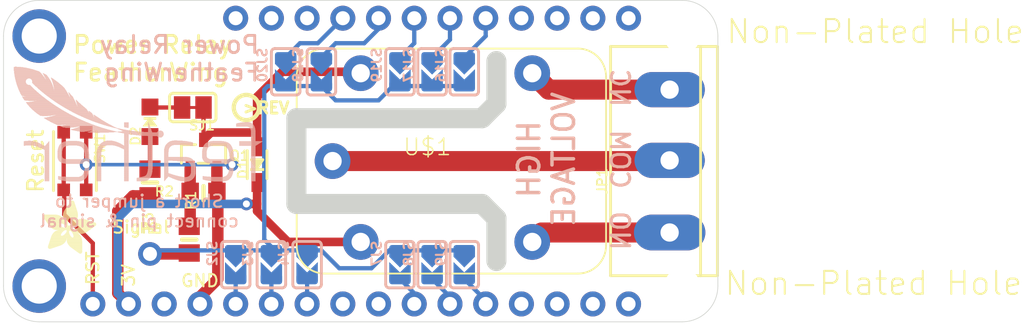
<source format=kicad_pcb>
(kicad_pcb (version 20211014) (generator pcbnew)
  (layers (0 "F.Cu" signal) (31 "B.Cu" signal) (34 "B.Paste" user) (35 "F.Paste" user) (36 "B.SilkS" user "B.Silkscreen") (37 "F.SilkS" user "F.Silkscreen") (38 "B.Mask" user) (39 "F.Mask" user) (44 "Edge.Cuts" user))
  (net 0 "")
  (net 1 "GND")
  (net 2 "N$1")
  (net 3 "N$2")
  (net 4 "N$3")
  (net 5 "3.3V")
  (net 6 "N$4")
  (net 7 "N$22")
  (net 8 "N$26")
  (net 9 "N$25")
  (net 10 "N$7")
  (net 11 "N$8")
  (net 12 "N$9")
  (net 13 "N$10")
  (net 14 "N$11")
  (net 15 "N$12")
  (net 16 "N$13")
  (net 17 "N$14")
  (net 18 "N$15")
  (net 19 "N$18")
  (net 20 "VBAT")
  (net 21 "USB")
  (net 22 "N$16")
  (net 23 "N$17")
  (net 24 "N$19")
  (net 25 "N$20")
  (net 26 "N$21")
  (net 27 "RELAYSIGNAL")
  (footprint "boardEagle:SOT23-R" (layer "F.Cu") (at 137.3251 104.4956)
    (fp_text reference "Q1" (at 1.778 0.127) (layer "F.SilkS") (effects (font (size 0.692831 0.692831) (thickness 0.119969)) (justify left)))
    (fp_text value "MMBT2222")
    (pad "1" smd rect (at -0.95 1) (size 0.635 1.016) (layers "F.Cu" "F.Paste" "F.Mask") (net 7 "N$22"))
    (pad "2" smd rect (at 0.95 1) (size 0.635 1.016) (layers "F.Cu" "F.Paste" "F.Mask") (net 1 "GND"))
    (pad "3" smd rect (at 0 -1) (size 0.635 1.016) (layers "F.Cu" "F.Paste" "F.Mask") (net 6 "N$4"))
  )
  (footprint "boardEagle:0805-NO" (layer "F.Cu") (at 136.3091 110.5916 90)
    (fp_text reference "R1" (at 2.032 0.127 90) (layer "F.SilkS") (effects (font (size 0.692831 0.692831) (thickness 0.119969)) (justify left)))
    (fp_text value "1K")
    (pad "1" smd rect (at -0.95 0 90) (size 1.24 1.5) (layers "F.Cu" "F.Paste" "F.Mask") (net 27 "RELAYSIGNAL"))
    (pad "2" smd rect (at 0.95 0 90) (size 1.24 1.5) (layers "F.Cu" "F.Paste" "F.Mask") (net 7 "N$22"))
  )
  (footprint "boardEagle:SOD-323" (layer "F.Cu") (at 141.1351 105.2576 90)
    (fp_text reference "D1" (at -1.1 -1 90) (layer "F.SilkS") (effects (font (size 0.692831 0.692831) (thickness 0.119969)) (justify left)))
    (fp_text value "1N4148")
    (pad "A" smd rect (at 1.27 0 90) (size 1.35 0.8) (layers "F.Cu" "F.Paste" "F.Mask") (net 6 "N$4"))
    (pad "C" smd rect (at -1.27 0 90) (size 1.35 0.8) (layers "F.Cu" "F.Paste" "F.Mask") (net 5 "3.3V"))
  )
  (footprint "boardEagle:ADAFRUIT_3.5MM" (layer "F.Cu") (at 125.8951 111.6076)
    (fp_text reference "U$6" hide)
    (fp_text value "" hide)
  )
  (footprint "boardEagle:FEATHERWING" (layer "F.Cu") (at 123.1011 116.4336)
    (fp_text reference "MS2" hide)
    (fp_text value "FEATHERWING" hide)
    (fp_line (start 0 -20.32) (end 0 -2.54) (layer "Edge.Cuts") (width 0.05))
    (fp_line (start 48.26 -22.86) (end 2.54 -22.86) (layer "Edge.Cuts") (width 0.05))
    (fp_line (start 2.54 0) (end 48.26 0) (layer "Edge.Cuts") (width 0.05))
    (fp_line (start 50.8 -2.54) (end 50.8 -20.32) (layer "Edge.Cuts") (width 0.05))
    (fp_arc (start 0 -20.32) (mid 0.743949 -22.116051) (end 2.54 -22.86) (layer "Edge.Cuts") (width 0.05))
    (fp_arc (start 50.8 -2.54) (mid 50.056051 -0.743949) (end 48.26 0) (layer "Edge.Cuts") (width 0.05))
    (fp_arc (start 48.26 -22.86) (mid 50.056051 -22.116051) (end 50.8 -20.32) (layer "Edge.Cuts") (width 0.05))
    (fp_arc (start 2.54 0) (mid 0.743949 -0.743949) (end 0 -2.54) (layer "Edge.Cuts") (width 0.05))
    (pad "" np_thru_hole circle (at 48.26 -2.54) (size 2.54 2.54) (drill 2.54) (layers *.Cu *.Mask))
    (pad "" np_thru_hole circle (at 48.26 -20.32) (size 2.54 2.54) (drill 2.54) (layers *.Cu *.Mask))
    (pad "1" thru_hole circle (at 6.35 -1.27) (size 1.778 1.778) (drill 1) (layers *.Cu *.Mask) (net 19 "N$18"))
    (pad "2" thru_hole circle (at 8.89 -1.27) (size 1.778 1.778) (drill 1) (layers *.Cu *.Mask) (net 5 "3.3V"))
    (pad "3" thru_hole circle (at 11.43 -1.27) (size 1.778 1.778) (drill 1) (layers *.Cu *.Mask))
    (pad "4" thru_hole circle (at 13.97 -1.27) (size 1.778 1.778) (drill 1) (layers *.Cu *.Mask) (net 1 "GND"))
    (pad "5" thru_hole circle (at 16.51 -1.27) (size 1.778 1.778) (drill 1) (layers *.Cu *.Mask) (net 18 "N$15"))
    (pad "6" thru_hole circle (at 19.05 -1.27) (size 1.778 1.778) (drill 1) (layers *.Cu *.Mask) (net 17 "N$14"))
    (pad "7" thru_hole circle (at 21.59 -1.27) (size 1.778 1.778) (drill 1) (layers *.Cu *.Mask) (net 16 "N$13"))
    (pad "8" thru_hole circle (at 24.13 -1.27) (size 1.778 1.778) (drill 1) (layers *.Cu *.Mask) (net 15 "N$12"))
    (pad "9" thru_hole circle (at 26.67 -1.27) (size 1.778 1.778) (drill 1) (layers *.Cu *.Mask) (net 14 "N$11"))
    (pad "10" thru_hole circle (at 29.21 -1.27) (size 1.778 1.778) (drill 1) (layers *.Cu *.Mask) (net 13 "N$10"))
    (pad "11" thru_hole circle (at 31.75 -1.27) (size 1.778 1.778) (drill 1) (layers *.Cu *.Mask) (net 12 "N$9"))
    (pad "12" thru_hole circle (at 34.29 -1.27) (size 1.778 1.778) (drill 1) (layers *.Cu *.Mask) (net 11 "N$8"))
    (pad "13" thru_hole circle (at 36.83 -1.27) (size 1.778 1.778) (drill 1) (layers *.Cu *.Mask) (net 10 "N$7"))
    (pad "14" thru_hole circle (at 39.37 -1.27) (size 1.778 1.778) (drill 1) (layers *.Cu *.Mask))
    (pad "15" thru_hole circle (at 41.91 -1.27) (size 1.778 1.778) (drill 1) (layers *.Cu *.Mask))
    (pad "16" thru_hole circle (at 44.45 -1.27) (size 1.778 1.778) (drill 1) (layers *.Cu *.Mask))
    (pad "17" thru_hole circle (at 44.45 -21.59) (size 1.778 1.778) (drill 1) (layers *.Cu *.Mask))
    (pad "18" thru_hole circle (at 41.91 -21.59) (size 1.778 1.778) (drill 1) (layers *.Cu *.Mask))
    (pad "19" thru_hole circle (at 39.37 -21.59) (size 1.778 1.778) (drill 1) (layers *.Cu *.Mask))
    (pad "20" thru_hole circle (at 36.83 -21.59) (size 1.778 1.778) (drill 1) (layers *.Cu *.Mask))
    (pad "21" thru_hole circle (at 34.29 -21.59) (size 1.778 1.778) (drill 1) (layers *.Cu *.Mask) (net 26 "N$21"))
    (pad "22" thru_hole circle (at 31.75 -21.59) (size 1.778 1.778) (drill 1) (layers *.Cu *.Mask) (net 25 "N$20"))
    (pad "23" thru_hole circle (at 29.21 -21.59) (size 1.778 1.778) (drill 1) (layers *.Cu *.Mask) (net 24 "N$19"))
    (pad "24" thru_hole circle (at 26.67 -21.59) (size 1.778 1.778) (drill 1) (layers *.Cu *.Mask) (net 23 "N$17"))
    (pad "25" thru_hole circle (at 24.13 -21.59) (size 1.778 1.778) (drill 1) (layers *.Cu *.Mask) (net 22 "N$16"))
    (pad "26" thru_hole circle (at 21.59 -21.59) (size 1.778 1.778) (drill 1) (layers *.Cu *.Mask) (net 21 "USB"))
    (pad "27" thru_hole circle (at 19.05 -21.59) (size 1.778 1.778) (drill 1) (layers *.Cu *.Mask))
    (pad "28" thru_hole circle (at 16.51 -21.59) (size 1.778 1.778) (drill 1) (layers *.Cu *.Mask) (net 20 "VBAT"))
    (pad "P$1" thru_hole circle (at 2.54 -20.32) (size 3.81 3.81) (drill 2.5) (layers *.Cu *.Mask))
    (pad "P$2" thru_hole circle (at 2.54 -2.54) (size 3.81 3.81) (drill 2.5) (layers *.Cu *.Mask))
  )
  (footprint "boardEagle:PCBFEAT-REV-040" (layer "F.Cu") (at 140.3731 101.1936)
    (fp_text reference "U$5" hide)
    (fp_text value "" hide)
    (fp_text user ">REV" (at -0.3556 0.508) (layer "F.SilkS") (effects (font (size 0.8128 0.8128) (thickness 0.2032)) (justify left bottom)))
  )
  (footprint "boardEagle:0805-NO" (layer "F.Cu") (at 133.5151 106.5276 -90)
    (fp_text reference "R3" (at 2.032 0.127 90) (layer "F.SilkS") (effects (font (size 0.692831 0.692831) (thickness 0.119969)) (justify right)))
    (fp_text value "1K")
    (pad "1" smd rect (at -0.95 0 270) (size 1.24 1.5) (layers "F.Cu" "F.Paste" "F.Mask") (net 8 "N$26"))
    (pad "2" smd rect (at 0.95 0 270) (size 1.24 1.5) (layers "F.Cu" "F.Paste" "F.Mask") (net 5 "3.3V"))
  )
  (footprint "boardEagle:TERMBLOCK_1X3_5.08MM" (layer "F.Cu") (at 170.4721 105.0036 90)
    (fp_text reference "JP1" (at -2.45 -4.79 90) (layer "F.SilkS") (effects (font (size 0.692831 0.692831) (thickness 0.119969)) (justify left)))
    (fp_text value "")
    (pad "1" thru_hole oval (at 5.08 0 180) (size 5 2.5) (drill 1.3) (layers *.Cu *.Mask) (net 4 "N$3"))
    (pad "2" thru_hole oval (at 0.05 0 180) (size 5 2.5) (drill 1.3) (layers *.Cu *.Mask) (net 2 "N$1"))
    (pad "3" thru_hole oval (at -5.08 0 180) (size 5.08 2.54) (drill 1.3) (layers *.Cu *.Mask) (net 3 "N$2"))
  )
  (footprint "boardEagle:RELAY_G5LE-1" (layer "F.Cu") (at 154.8511 105.0036)
    (fp_text reference "U$1" (at -3.4 -1) (layer "F.SilkS") (effects (font (size 1.165987 1.165987) (thickness 0.104013)) (justify left)))
    (fp_text value "RELAY_G5LE")
    (pad "1" thru_hole circle (at -8.35 0) (size 2.54 2.54) (drill 1.3) (layers *.Cu *.Mask) (net 2 "N$1"))
    (pad "2" thru_hole circle (at -6.35 5.75) (size 2.54 2.54) (drill 1.3) (layers *.Cu *.Mask) (net 5 "3.3V"))
    (pad "3" thru_hole circle (at 5.85 5.75) (size 2.54 2.54) (drill 1.3) (layers *.Cu *.Mask) (net 3 "N$2"))
    (pad "4" thru_hole circle (at 5.85 -6.25) (size 2.54 2.54) (drill 1.3) (layers *.Cu *.Mask) (net 4 "N$3"))
    (pad "5" thru_hole circle (at -6.35 -6.25) (size 2.54 2.54) (drill 1.3) (layers *.Cu *.Mask) (net 6 "N$4"))
  )
  (footprint "boardEagle:0805-NO" (layer "F.Cu") (at 137.3251 107.2896 180)
    (fp_text reference "R2" (at 2.032 0.127) (layer "F.SilkS") (effects (font (size 0.692831 0.692831) (thickness 0.119969)) (justify right)))
    (fp_text value "10K")
    (pad "1" smd rect (at -0.95 0 180) (size 1.24 1.5) (layers "F.Cu" "F.Paste" "F.Mask") (net 1 "GND"))
    (pad "2" smd rect (at 0.95 0 180) (size 1.24 1.5) (layers "F.Cu" "F.Paste" "F.Mask") (net 7 "N$22"))
  )
  (footprint "boardEagle:CHIPLED_0805_NOOUTLINE" (layer "F.Cu") (at 133.5151 102.2096)
    (fp_text reference "D2" (at -1.016 1.778 90) (layer "F.SilkS") (effects (font (size 0.692831 0.692831) (thickness 0.119969)) (justify left)))
    (fp_text value "RED")
    (pad "A" smd rect (at 0 1.05) (size 1.2 1.2) (layers "F.Cu" "F.Paste" "F.Mask") (net 8 "N$26"))
    (pad "C" smd rect (at 0 -1.05) (size 1.2 1.2) (layers "F.Cu" "F.Paste" "F.Mask") (net 9 "N$25"))
  )
  (footprint "boardEagle:SOLDERJUMPER_CLOSEDWIRE" (layer "F.Cu") (at 136.5631 101.1936 180)
    (fp_text reference "SJ1" (at -1.651 -1.27) (layer "F.SilkS") (effects (font (size 0.692831 0.692831) (thickness 0.119969)) (justify right)))
    (fp_text value "")
    (pad "1" smd rect (at -0.762 0 180) (size 1.1684 1.6002) (layers "F.Cu" "F.Mask") (net 6 "N$4"))
    (pad "2" smd rect (at 0.762 0 180) (size 1.1684 1.6002) (layers "F.Cu" "F.Mask") (net 9 "N$25"))
    (pad "WIRE" smd rect (at 0 0 180) (size 0.635 0.2032) (layers "F.Cu" "F.Mask"))
  )
  (footprint "boardEagle:BTN_KMR2_4.6X2.8" (layer "F.Cu") (at 128.1811 105.0036 -90)
    (fp_text reference "SW1" (at -2.032 -1.778 90) (layer "F.SilkS") (effects (font (size 0.692831 0.692831) (thickness 0.119969)) (justify right)))
    (fp_text value "KMR2")
    (pad "A" smd rect (at 2.05 -0.8 270) (size 0.9 0.9) (layers "F.Cu" "F.Paste" "F.Mask") (net 1 "GND"))
    (pad "A'" smd rect (at -2.05 -0.8 270) (size 0.9 0.9) (layers "F.Cu" "F.Paste" "F.Mask") (net 1 "GND"))
    (pad "B" smd rect (at 2.05 0.8 270) (size 0.9 0.9) (layers "F.Cu" "F.Paste" "F.Mask") (net 19 "N$18"))
    (pad "B'" smd rect (at -2.05 0.8 270) (size 0.9 0.9) (layers "F.Cu" "F.Paste" "F.Mask") (net 19 "N$18"))
  )
  (footprint "boardEagle:1X01_ROUND" (layer "F.Cu") (at 133.5151 111.6076)
    (fp_text reference "JP2" (at -1.3462 -1.8288) (layer "F.SilkS") (effects (font (size 0.692831 0.692831) (thickness 0.119969)) (justify left)))
    (fp_text value "")
    (pad "1" thru_hole circle (at 0 0 90) (size 1.6764 1.6764) (drill 1) (layers *.Cu *.Mask) (net 27 "RELAYSIGNAL"))
  )
  (footprint "boardEagle:FEATHERLOGO_MED" (layer "B.Cu") (at 141.6431 106.5276 180)
    (fp_text reference "U$7" hide)
    (fp_text value "" hide)
  )
  (footprint "boardEagle:SOLDERJUMPER_ARROW_NOPASTE" (layer "B.Cu") (at 143.1671 98.6536 -90)
    (fp_text reference "SJ20" (at -1.778 1.27 90) (layer "B.SilkS") (effects (font (size 0.666496 0.666496) (thickness 0.146304)) (justify left bottom mirror)))
    (fp_text value "")
    (fp_poly (pts (xy 0.201021 0) (xy -0.560979 -0.762) (xy -1.1684 -0.762) (xy -1.1684 0.762) (xy -0.560979 0.762)) (layer "B.Cu") (width 0) (fill solid))
    (fp_poly (pts (xy 1.1684 -0.762) (xy -0.186831 -0.762) (xy 0.548892 0) (xy -0.186831 0.762) (xy 1.1684 0.762)) (layer "B.Cu") (width 0) (fill solid))
    (pad "1" smd roundrect (at -1.016 0 270) (size 0.762 1.524) (layers "B.Cu") (net 22 "N$16"))
    (pad "2" smd roundrect (at 1.016 0 270) (size 0.762 1.524) (layers "B.Cu") (net 27 "RELAYSIGNAL"))
  )
  (footprint "boardEagle:SOLDERJUMPER_ARROW_NOPASTE" (layer "B.Cu") (at 153.5811 112.3696 -90)
    (fp_text reference "SJ8" (at -1.778 1.27 90) (layer "B.SilkS") (effects (font (size 0.666496 0.666496) (thickness 0.146304)) (justify left bottom mirror)))
    (fp_text value "")
    (fp_poly (pts (xy 1.1684 -0.762) (xy -0.186831 -0.762) (xy 0.548892 0) (xy -0.186831 0.762) (xy 1.1684 0.762)) (layer "B.Cu") (width 0) (fill solid))
    (fp_poly (pts (xy 0.201021 0) (xy -0.560979 -0.762) (xy -1.1684 -0.762) (xy -1.1684 0.762) (xy -0.560979 0.762)) (layer "B.Cu") (width 0) (fill solid))
    (pad "1" smd roundrect (at -1.016 0 270) (size 0.762 1.524) (layers "B.Cu") (net 27 "RELAYSIGNAL"))
    (pad "2" smd roundrect (at 1.016 0 270) (size 0.762 1.524) (layers "B.Cu") (net 12 "N$9"))
  )
  (footprint "boardEagle:SOLDERJUMPER_ARROW_NOPASTE" (layer "B.Cu") (at 155.8671 112.3696 -90)
    (fp_text reference "SJ9" (at -1.778 1.27 90) (layer "B.SilkS") (effects (font (size 0.666496 0.666496) (thickness 0.146304)) (justify left bottom mirror)))
    (fp_text value "")
    (fp_poly (pts (xy 0.201021 0) (xy -0.560979 -0.762) (xy -1.1684 -0.762) (xy -1.1684 0.762) (xy -0.560979 0.762)) (layer "B.Cu") (width 0) (fill solid))
    (fp_poly (pts (xy 1.1684 -0.762) (xy -0.186831 -0.762) (xy 0.548892 0) (xy -0.186831 0.762) (xy 1.1684 0.762)) (layer "B.Cu") (width 0) (fill solid))
    (pad "1" smd roundrect (at -1.016 0 270) (size 0.762 1.524) (layers "B.Cu") (net 27 "RELAYSIGNAL"))
    (pad "2" smd roundrect (at 1.016 0 270) (size 0.762 1.524) (layers "B.Cu") (net 11 "N$8"))
  )
  (footprint "boardEagle:SOLDERJUMPER_ARROW_NOPASTE" (layer "B.Cu") (at 144.6911 112.3696 -90)
    (fp_text reference "SJ4" (at -1.778 1.27 90) (layer "B.SilkS") (effects (font (size 0.666496 0.666496) (thickness 0.146304)) (justify left bottom mirror)))
    (fp_text value "")
    (fp_poly (pts (xy 0.201021 0) (xy -0.560979 -0.762) (xy -1.1684 -0.762) (xy -1.1684 0.762) (xy -0.560979 0.762)) (layer "B.Cu") (width 0) (fill solid))
    (fp_poly (pts (xy 1.1684 -0.762) (xy -0.186831 -0.762) (xy 0.548892 0) (xy -0.186831 0.762) (xy 1.1684 0.762)) (layer "B.Cu") (width 0) (fill solid))
    (pad "1" smd roundrect (at -1.016 0 270) (size 0.762 1.524) (layers "B.Cu") (net 27 "RELAYSIGNAL"))
    (pad "2" smd roundrect (at 1.016 0 270) (size 0.762 1.524) (layers "B.Cu") (net 16 "N$13"))
  )
  (footprint "boardEagle:SOLDERJUMPER_ARROW_NOPASTE" (layer "B.Cu") (at 145.7071 98.6536 -90)
    (fp_text reference "SJ18" (at -1.778 1.27 90) (layer "B.SilkS") (effects (font (size 0.666496 0.666496) (thickness 0.146304)) (justify left bottom mirror)))
    (fp_text value "")
    (fp_poly (pts (xy 1.1684 -0.762) (xy -0.186831 -0.762) (xy 0.548892 0) (xy -0.186831 0.762) (xy 1.1684 0.762)) (layer "B.Cu") (width 0) (fill solid))
    (fp_poly (pts (xy 0.201021 0) (xy -0.560979 -0.762) (xy -1.1684 -0.762) (xy -1.1684 0.762) (xy -0.560979 0.762)) (layer "B.Cu") (width 0) (fill solid))
    (pad "1" smd roundrect (at -1.016 0 270) (size 0.762 1.524) (layers "B.Cu") (net 23 "N$17"))
    (pad "2" smd roundrect (at 1.016 0 270) (size 0.762 1.524) (layers "B.Cu") (net 27 "RELAYSIGNAL"))
  )
  (footprint "boardEagle:SOLDERJUMPER_ARROW_NOPASTE" (layer "B.Cu") (at 153.5811 98.6536 -90)
    (fp_text reference "SJ17" (at -1.778 1.27 90) (layer "B.SilkS") (effects (font (size 0.666496 0.666496) (thickness 0.146304)) (justify left bottom mirror)))
    (fp_text value "")
    (fp_poly (pts (xy 0.201021 0) (xy -0.560979 -0.762) (xy -1.1684 -0.762) (xy -1.1684 0.762) (xy -0.560979 0.762)) (layer "B.Cu") (width 0) (fill solid))
    (fp_poly (pts (xy 1.1684 -0.762) (xy -0.186831 -0.762) (xy 0.548892 0) (xy -0.186831 0.762) (xy 1.1684 0.762)) (layer "B.Cu") (width 0) (fill solid))
    (pad "1" smd roundrect (at -1.016 0 270) (size 0.762 1.524) (layers "B.Cu") (net 25 "N$20"))
    (pad "2" smd roundrect (at 1.016 0 270) (size 0.762 1.524) (layers "B.Cu") (net 27 "RELAYSIGNAL"))
  )
  (footprint "boardEagle:SOLDERJUMPER_ARROW_NOPASTE" (layer "B.Cu") (at 139.6111 112.3696 -90)
    (fp_text reference "SJ2" (at -1.778 1.27 90) (layer "B.SilkS") (effects (font (size 0.666496 0.666496) (thickness 0.146304)) (justify left bottom mirror)))
    (fp_text value "")
    (fp_poly (pts (xy 1.1684 -0.762) (xy -0.186831 -0.762) (xy 0.548892 0) (xy -0.186831 0.762) (xy 1.1684 0.762)) (layer "B.Cu") (width 0) (fill solid))
    (fp_poly (pts (xy 0.201021 0) (xy -0.560979 -0.762) (xy -1.1684 -0.762) (xy -1.1684 0.762) (xy -0.560979 0.762)) (layer "B.Cu") (width 0) (fill solid))
    (pad "1" smd roundrect (at -1.016 0 270) (size 0.762 1.524) (layers "B.Cu") (net 27 "RELAYSIGNAL"))
    (pad "2" smd roundrect (at 1.016 0 270) (size 0.762 1.524) (layers "B.Cu") (net 18 "N$15"))
  )
  (footprint "boardEagle:SOLDERJUMPER_ARROW_NOPASTE" (layer "B.Cu") (at 142.1511 112.3696 -90)
    (fp_text reference "SJ3" (at -1.778 1.27 90) (layer "B.SilkS") (effects (font (size 0.666496 0.666496) (thickness 0.146304)) (justify left bottom mirror)))
    (fp_text value "")
    (fp_poly (pts (xy 1.1684 -0.762) (xy -0.186831 -0.762) (xy 0.548892 0) (xy -0.186831 0.762) (xy 1.1684 0.762)) (layer "B.Cu") (width 0) (fill solid))
    (fp_poly (pts (xy 0.201021 0) (xy -0.560979 -0.762) (xy -1.1684 -0.762) (xy -1.1684 0.762) (xy -0.560979 0.762)) (layer "B.Cu") (width 0) (fill solid))
    (pad "1" smd roundrect (at -1.016 0 270) (size 0.762 1.524) (layers "B.Cu") (net 27 "RELAYSIGNAL"))
    (pad "2" smd roundrect (at 1.016 0 270) (size 0.762 1.524) (layers "B.Cu") (net 17 "N$14"))
  )
  (footprint "boardEagle:SOLDERJUMPER_ARROW_NOPASTE" (layer "B.Cu") (at 155.8671 98.6536 -90)
    (fp_text reference "SJ16" (at -1.778 1.27 90) (layer "B.SilkS") (effects (font (size 0.666496 0.666496) (thickness 0.146304)) (justify left bottom mirror)))
    (fp_text value "")
    (fp_poly (pts (xy 0.201021 0) (xy -0.560979 -0.762) (xy -1.1684 -0.762) (xy -1.1684 0.762) (xy -0.560979 0.762)) (layer "B.Cu") (width 0) (fill solid))
    (fp_poly (pts (xy 1.1684 -0.762) (xy -0.186831 -0.762) (xy 0.548892 0) (xy -0.186831 0.762) (xy 1.1684 0.762)) (layer "B.Cu") (width 0) (fill solid))
    (pad "1" smd roundrect (at -1.016 0 270) (size 0.762 1.524) (layers "B.Cu") (net 26 "N$21"))
    (pad "2" smd roundrect (at 1.016 0 270) (size 0.762 1.524) (layers "B.Cu") (net 27 "RELAYSIGNAL"))
  )
  (footprint "boardEagle:SOLDERJUMPER_ARROW_NOPASTE" (layer "B.Cu") (at 151.2951 98.6536 -90)
    (fp_text reference "SJ19" (at -1.778 1.27 90) (layer "B.SilkS") (effects (font (size 0.666496 0.666496) (thickness 0.146304)) (justify left bottom mirror)))
    (fp_text value "")
    (fp_poly (pts (xy 1.1684 -0.762) (xy -0.186831 -0.762) (xy 0.548892 0) (xy -0.186831 0.762) (xy 1.1684 0.762)) (layer "B.Cu") (width 0) (fill solid))
    (fp_poly (pts (xy 0.201021 0) (xy -0.560979 -0.762) (xy -1.1684 -0.762) (xy -1.1684 0.762) (xy -0.560979 0.762)) (layer "B.Cu") (width 0) (fill solid))
    (pad "1" smd roundrect (at -1.016 0 270) (size 0.762 1.524) (layers "B.Cu") (net 24 "N$19"))
    (pad "2" smd roundrect (at 1.016 0 270) (size 0.762 1.524) (layers "B.Cu") (net 27 "RELAYSIGNAL"))
  )
  (footprint "boardEagle:SOLDERJUMPER_ARROW_NOPASTE" (layer "B.Cu") (at 151.2951 112.3696 -90)
    (fp_text reference "SJ7" (at -1.778 1.27 90) (layer "B.SilkS") (effects (font (size 0.666496 0.666496) (thickness 0.146304)) (justify left bottom mirror)))
    (fp_text value "")
    (fp_poly (pts (xy 1.1684 -0.762) (xy -0.186831 -0.762) (xy 0.548892 0) (xy -0.186831 0.762) (xy 1.1684 0.762)) (layer "B.Cu") (width 0) (fill solid))
    (fp_poly (pts (xy 0.201021 0) (xy -0.560979 -0.762) (xy -1.1684 -0.762) (xy -1.1684 0.762) (xy -0.560979 0.762)) (layer "B.Cu") (width 0) (fill solid))
    (pad "1" smd roundrect (at -1.016 0 270) (size 0.762 1.524) (layers "B.Cu") (net 27 "RELAYSIGNAL"))
    (pad "2" smd roundrect (at 1.016 0 270) (size 0.762 1.524) (layers "B.Cu") (net 13 "N$10"))
  )
  (gr_line (start 158.1531 100.9396) (end 157.1371 101.9556) (layer "Edge.Cuts") (width 1.4224))
  (gr_line (start 143.9291 101.9556) (end 143.9291 108.0516) (layer "Edge.Cuts") (width 1.4224))
  (gr_line (start 158.1531 97.8916) (end 158.1531 100.9396) (layer "Edge.Cuts") (width 1.4224))
  (gr_line (start 143.9291 108.0516) (end 157.1371 108.0516) (layer "Edge.Cuts") (width 1.4224))
  (gr_line (start 157.1371 101.9556) (end 143.9291 101.9556) (layer "Edge.Cuts") (width 1.4224))
  (gr_line (start 157.1371 108.0516) (end 158.1531 109.0676) (layer "Edge.Cuts") (width 1.4224))
  (gr_line (start 158.1531 109.0676) (end 158.1531 112.1156) (layer "Edge.Cuts") (width 1.4224))
  (gr_text "HIGH\nVOLTAGE" (at 161.7091 104.8766 -270) (layer "B.SilkS") (effects (font (size 1.52908 1.52908) (thickness 0.24892)) (justify mirror)))
  (gr_text "Short a jumper to\nconnect pin & signal" (at 132.7531 108.5596) (layer "B.SilkS") (effects (font (size 0.87376 0.87376) (thickness 0.14224)) (justify mirror)))
  (gr_text "NC" (at 166.9161 99.7966 -90) (layer "B.SilkS") (effects (font (size 1.31064 1.31064) (thickness 0.21336)) (justify mirror)))
  (gr_text "COM" (at 166.9161 104.8766 -90) (layer "B.SilkS") (effects (font (size 1.31064 1.31064) (thickness 0.21336)) (justify mirror)))
  (gr_text "Power Relay\nFeatherWing" (at 141.3891 99.4156) (layer "B.SilkS") (effects (font (size 1.223264 1.223264) (thickness 0.199136)) (justify left bottom mirror)))
  (gr_text "NO" (at 166.9161 109.9566 -90) (layer "B.SilkS") (effects (font (size 1.31064 1.31064) (thickness 0.21336)) (justify mirror)))
  (gr_text "RST" (at 129.4511 112.6236 90) (layer "F.SilkS") (effects (font (size 0.87376 0.87376) (thickness 0.14224))))
  (gr_text "3V" (at 131.9911 113.1316 90) (layer "F.SilkS") (effects (font (size 0.87376 0.87376) (thickness 0.14224))))
  (gr_text "Power Relay\nFeatherWing" (at 127.9271 99.4156) (layer "F.SilkS") (effects (font (size 1.223264 1.223264) (thickness 0.199136)) (justify left bottom)))
  (gr_text "GND" (at 137.0711 113.5126) (layer "F.SilkS") (effects (font (size 0.87376 0.87376) (thickness 0.14224))))
  (gr_text "Non-Plated Hole" (at 174.2821 114.6556) (layer "F.SilkS") (effects (font (size 1.63576 1.63576) (thickness 0.14224)) (justify left bottom)))
  (gr_text "Non-Plated Hole" (at 174.4091 96.7486) (layer "F.SilkS") (effects (font (size 1.63576 1.63576) (thickness 0.14224)) (justify left bottom)))
  (gr_text "Signal" (at 132.8801 109.7026) (layer "F.SilkS") (effects (font (size 0.87376 0.87376) (thickness 0.14224))))
  (gr_text "Reset" (at 125.3871 105.0036 90) (layer "F.SilkS") (effects (font (size 1.0922 1.0922) (thickness 0.1778))))
  (segment (start 138.2751 105.4956) (end 138.5131 105.2576) (width 0.254) (layer "F.Cu") (net 1))
  (segment (start 138.3411 107.3556) (end 138.2751 107.2896) (width 0.8128) (layer "F.Cu") (net 1))
  (segment (start 128.9811 105.2576) (end 128.9811 102.9536) (width 0.3048) (layer "F.Cu") (net 1))
  (segment (start 137.0711 114.6556) (end 138.3411 113.3856) (width 0.8128) (layer "F.Cu") (net 1))
  (segment (start 138.3411 113.3856) (end 138.3411 107.3556) (width 0.8128) (layer "F.Cu") (net 1))
  (segment (start 137.0711 115.1636) (end 137.0711 114.6556) (width 0.8128) (layer "F.Cu") (net 1))
  (segment (start 138.2751 107.2896) (end 138.2751 105.4956) (width 0.8128) (layer "F.Cu") (net 1))
  (segment (start 138.5131 105.2576) (end 139.3571 105.2576) (width 0.254) (layer "F.Cu") (net 1))
  (segment (start 128.9811 107.0536) (end 128.9811 105.2576) (width 0.3048) (layer "F.Cu") (net 1))
  (via (at 128.9811 105.2576) (size 0.9064) (drill 0.5) (layers "F.Cu" "B.Cu") (net 1))
  (via (at 139.3571 105.2576) (size 0.9064) (drill 0.5) (layers "F.Cu" "B.Cu") (net 1))
  (segment (start 139.3571 105.2576) (end 128.9811 105.2576) (width 0.254) (layer "B.Cu") (net 1))
  (segment (start 170.0911 105.0036) (end 170.1411 104.9536) (width 1.4224) (layer "F.Cu") (net 2))
  (segment (start 146.5011 105.0036) (end 170.0911 105.0036) (width 1.4224) (layer "F.Cu") (net 2))
  (segment (start 170.1411 104.9536) (end 170.4721 104.9536) (width 1.4224) (layer "F.Cu") (net 2))
  (segment (start 161.3711 110.0836) (end 170.4721 110.0836) (width 1.4224) (layer "F.Cu") (net 3))
  (segment (start 160.7011 110.7536) (end 161.3711 110.0836) (width 1.4224) (layer "F.Cu") (net 3))
  (segment (start 160.7011 98.7536) (end 161.8711 99.9236) (width 1.4224) (layer "F.Cu") (net 4))
  (segment (start 161.8711 99.9236) (end 170.4721 99.9236) (width 1.4224) (layer "F.Cu") (net 4))
  (segment (start 131.2291 108.5596) (end 132.3111 107.4776) (width 0.8128) (layer "F.Cu") (net 5))
  (segment (start 141.1351 108.0516) (end 141.1351 106.5276) (width 0.6096) (layer "F.Cu") (net 5))
  (segment (start 131.2291 114.4016) (end 131.2291 108.5596) (width 0.8128) (layer "F.Cu") (net 5))
  (segment (start 140.3731 108.0516) (end 141.1351 108.0516) (width 0.6096) (layer "F.Cu") (net 5))
  (segment (start 148.5011 110.7536) (end 143.3291 110.7536) (width 0.6096) (layer "F.Cu") (net 5))
  (segment (start 141.1351 108.5596) (end 141.1351 108.0516) (width 0.6096) (layer "F.Cu") (net 5))
  (segment (start 131.9911 115.1636) (end 131.2291 114.4016) (width 0.8128) (layer "F.Cu") (net 5))
  (segment (start 132.3111 107.4776) (end 133.5151 107.4776) (width 0.8128) (layer "F.Cu") (net 5))
  (segment (start 143.3291 110.7536) (end 141.1351 108.5596) (width 0.6096) (layer "F.Cu") (net 5))
  (via (at 140.3731 108.0516) (size 0.9064) (drill 0.5) (layers "F.Cu" "B.Cu") (net 5))
  (segment (start 131.2291 109.0676) (end 132.2451 108.0516) (width 0.6096) (layer "B.Cu") (net 5))
  (segment (start 131.2291 114.4016) (end 131.2291 109.0676) (width 0.6096) (layer "B.Cu") (net 5))
  (segment (start 131.9911 115.1636) (end 131.2291 114.4016) (width 0.6096) (layer "B.Cu") (net 5))
  (segment (start 132.2451 108.0516) (end 140.3731 108.0516) (width 0.6096) (layer "B.Cu") (net 5))
  (segment (start 141.1351 102.9716) (end 141.1351 100.4316) (width 0.6096) (layer "F.Cu") (net 6))
  (segment (start 142.9131 98.6536) (end 148.4011 98.6536) (width 0.6096) (layer "F.Cu") (net 6))
  (segment (start 137.8491 102.9716) (end 141.1351 102.9716) (width 0.6096) (layer "F.Cu") (net 6))
  (segment (start 137.3251 103.4956) (end 137.8491 102.9716) (width 0.6096) (layer "F.Cu") (net 6))
  (segment (start 137.3251 101.1936) (end 137.3251 103.4956) (width 0.3048) (layer "F.Cu") (net 6))
  (segment (start 148.4011 98.6536) (end 148.5011 98.7536) (width 0.6096) (layer "F.Cu") (net 6))
  (segment (start 141.1351 103.9876) (end 141.1351 102.9716) (width 0.6096) (layer "F.Cu") (net 6))
  (segment (start 141.1351 100.4316) (end 142.9131 98.6536) (width 0.6096) (layer "F.Cu") (net 6))
  (segment (start 136.3751 109.5756) (end 136.3091 109.6416) (width 0.8128) (layer "F.Cu") (net 7))
  (segment (start 136.3751 107.2896) (end 136.3751 109.5756) (width 0.8128) (layer "F.Cu") (net 7))
  (segment (start 136.3751 105.4956) (end 136.3751 107.2896) (width 0.8128) (layer "F.Cu") (net 7))
  (segment (start 133.5151 105.5776) (end 133.5151 103.2596) (width 0.3048) (layer "F.Cu") (net 8))
  (segment (start 133.5151 101.1596) (end 133.5491 101.1936) (width 0.3048) (layer "F.Cu") (net 9))
  (segment (start 133.5491 101.1936) (end 135.8011 101.1936) (width 0.3048) (layer "F.Cu") (net 9))
  (segment (start 157.3911 114.9096) (end 157.3911 115.1636) (width 0.3048) (layer "B.Cu") (net 11))
  (segment (start 155.8671 113.3856) (end 157.3911 114.9096) (width 0.3048) (layer "B.Cu") (net 11))
  (segment (start 154.8511 114.6556) (end 154.8511 115.1636) (width 0.3048) (layer "B.Cu") (net 12))
  (segment (start 153.5811 113.3856) (end 154.8511 114.6556) (width 0.3048) (layer "B.Cu") (net 12))
  (segment (start 151.2951 113.3856) (end 152.3111 114.4016) (width 0.3048) (layer "B.Cu") (net 13))
  (segment (start 152.3111 114.4016) (end 152.3111 115.1636) (width 0.3048) (layer "B.Cu") (net 13))
  (segment (start 144.6911 113.3856) (end 144.6911 115.1636) (width 0.3048) (layer "B.Cu") (net 16))
  (segment (start 142.1511 113.3856) (end 142.1511 115.1636) (width 0.3048) (layer "B.Cu") (net 17))
  (segment (start 139.6111 113.3856) (end 139.6111 115.1636) (width 0.3048) (layer "B.Cu") (net 18))
  (segment (start 127.3811 107.0536) (end 127.3811 102.9536) (width 0.3048) (layer "F.Cu") (net 19))
  (segment (start 129.4511 110.8456) (end 127.4191 108.8136) (width 0.3048) (layer "F.Cu") (net 19))
  (segment (start 129.4511 115.1636) (end 129.4511 110.8456) (width 0.3048) (layer "F.Cu") (net 19))
  (segment (start 127.4191 107.0916) (end 127.3811 107.0536) (width 0.3048) (layer "F.Cu") (net 19))
  (segment (start 127.4191 108.8136) (end 127.4191 107.0916) (width 0.3048) (layer "F.Cu") (net 19))
  (segment (start 144.1831 96.6216) (end 145.4531 96.6216) (width 0.3048) (layer "B.Cu") (net 22))
  (segment (start 145.4531 96.6216) (end 147.2311 94.8436) (width 0.3048) (layer "B.Cu") (net 22))
  (segment (start 143.1671 97.6376) (end 144.1831 96.6216) (width 0.3048) (layer "B.Cu") (net 22))
  (segment (start 149.7711 95.6056) (end 149.7711 94.8436) (width 0.3048) (layer "B.Cu") (net 23))
  (segment (start 146.7231 96.6216) (end 148.7551 96.6216) (width 0.3048) (layer "B.Cu") (net 23))
  (segment (start 148.7551 96.6216) (end 149.7711 95.6056) (width 0.3048) (layer "B.Cu") (net 23))
  (segment (start 145.7071 97.6376) (end 146.7231 96.6216) (width 0.3048) (layer "B.Cu") (net 23))
  (segment (start 151.2951 97.6376) (end 152.3111 96.6216) (width 0.3048) (layer "B.Cu") (net 24))
  (segment (start 152.3111 96.6216) (end 152.3111 94.8436) (width 0.3048) (layer "B.Cu") (net 24))
  (segment (start 153.5811 97.6376) (end 154.8511 96.3676) (width 0.3048) (layer "B.Cu") (net 25))
  (segment (start 154.8511 96.3676) (end 154.8511 94.8436) (width 0.3048) (layer "B.Cu") (net 25))
  (segment (start 157.3911 96.1136) (end 157.3911 94.8436) (width 0.3048) (layer "B.Cu") (net 26))
  (segment (start 155.8671 97.6376) (end 157.3911 96.1136) (width 0.3048) (layer "B.Cu") (net 26))
  (segment (start 136.2431 111.6076) (end 136.3091 111.5416) (width 0.8128) (layer "F.Cu") (net 27))
  (segment (start 133.5151 111.6076) (end 136.2431 111.6076) (width 0.8128) (layer "F.Cu") (net 27))
  (segment (start 139.6111 111.3536) (end 133.7691 111.3536) (width 0.3048) (layer "B.Cu") (net 27))
  (segment (start 155.8671 111.3536) (end 153.5811 111.3536) (width 0.3048) (layer "B.Cu") (net 27))
  (segment (start 141.8971 99.6696) (end 143.1671 99.6696) (width 0.3048) (layer "B.Cu") (net 27))
  (segment (start 146.9771 112.6236) (end 149.2631 112.6236) (width 0.3048) (layer "B.Cu") (net 27))
  (segment (start 150.5331 111.3536) (end 151.2951 111.3536) (width 0.3048) (layer "B.Cu") (net 27))
  (segment (start 145.7071 99.6696) (end 143.1671 99.6696) (width 0.3048) (layer "B.Cu") (net 27))
  (segment (start 149.7711 100.6856) (end 146.7231 100.6856) (width 0.3048) (layer "B.Cu") (net 27))
  (segment (start 146.7231 100.6856) (end 145.7071 99.6696) (width 0.3048) (layer "B.Cu") (net 27))
  (segment (start 153.5811 99.6696) (end 151.2951 99.6696) (width 0.3048) (layer "B.Cu") (net 27))
  (segment (start 149.2631 112.6236) (end 150.5331 111.3536) (width 0.3048) (layer "B.Cu") (net 27))
  (segment (start 144.6911 111.3536) (end 142.1511 111.3536) (width 0.3048) (layer "B.Cu") (net 27))
  (segment (start 155.8671 99.6696) (end 153.5811 99.6696) (width 0.3048) (layer "B.Cu") (net 27))
  (segment (start 144.6911 111.3536) (end 145.7071 111.3536) (width 0.3048) (layer "B.Cu") (net 27))
  (segment (start 142.4051 111.3536) (end 141.6431 110.5916) (width 0.3048) (layer "B.Cu") (net 27))
  (segment (start 141.6431 110.5916) (end 141.6431 99.9236) (width 0.3048) (layer "B.Cu") (net 27))
  (segment (start 133.7691 111.3536) (end 133.5151 111.6076) (width 0.3048) (layer "B.Cu") (net 27))
  (segment (start 151.2951 99.6696) (end 150.7871 99.6696) (width 0.3048) (layer "B.Cu") (net 27))
  (segment (start 142.1511 111.3536) (end 139.6111 111.3536) (width 0.3048) (layer "B.Cu") (net 27))
  (segment (start 153.5811 111.3536) (end 151.2951 111.3536) (width 0.3048) (layer "B.Cu") (net 27))
  (segment (start 141.6431 99.9236) (end 141.8971 99.6696) (width 0.3048) (layer "B.Cu") (net 27))
  (segment (start 145.7071 111.3536) (end 146.9771 112.6236) (width 0.3048) (layer "B.Cu") (net 27))
  (segment (start 150.7871 99.6696) (end 149.7711 100.6856) (width 0.3048) (layer "B.Cu") (net 27))
)
</source>
